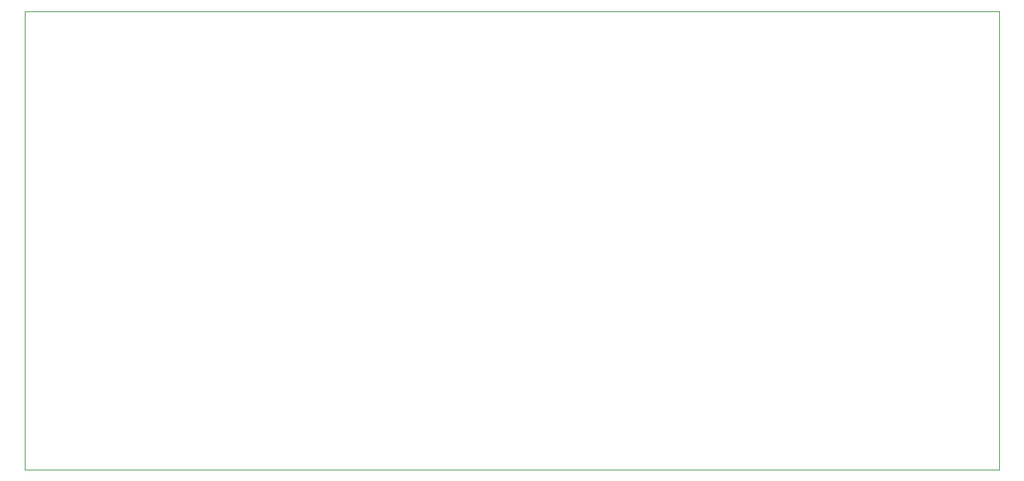
<source format=gbr>
%TF.GenerationSoftware,KiCad,Pcbnew,9.0.2*%
%TF.CreationDate,2025-06-10T03:02:46+08:00*%
%TF.ProjectId,quad_audio_switch,71756164-5f61-4756-9469-6f5f73776974,rev?*%
%TF.SameCoordinates,Original*%
%TF.FileFunction,Profile,NP*%
%FSLAX46Y46*%
G04 Gerber Fmt 4.6, Leading zero omitted, Abs format (unit mm)*
G04 Created by KiCad (PCBNEW 9.0.2) date 2025-06-10 03:02:46*
%MOMM*%
%LPD*%
G01*
G04 APERTURE LIST*
%TA.AperFunction,Profile*%
%ADD10C,0.050000*%
%TD*%
G04 APERTURE END LIST*
D10*
X94600000Y-57500000D02*
X211000000Y-57500000D01*
X211000000Y-112200000D01*
X94600000Y-112200000D01*
X94600000Y-57500000D01*
M02*

</source>
